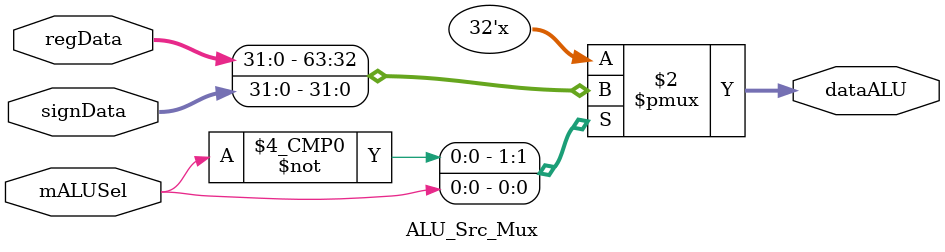
<source format=v>
module ALU_Src_Mux(
	input [31:0]regData, signData,
	input mALUSel,
	output reg [31:0]dataALU
);

//2 - Declaracion de cables y registros

//3 - Cuerpo del modulo

//Bloque secuencial
always @*
begin
	case(mALUSel)
	1'b0:
		dataALU = regData;
	1'b1:
		dataALU = signData;
	default:
		dataALU = 32'bz;
	endcase
end

endmodule

</source>
